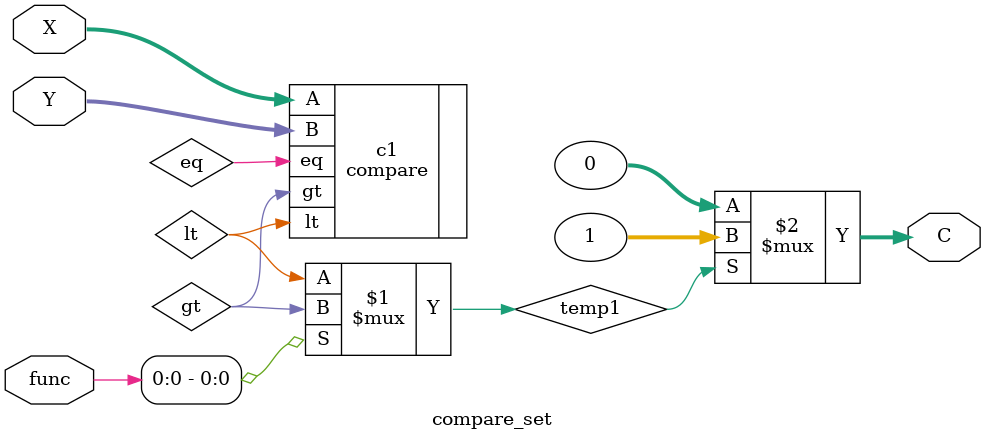
<source format=v>
module compare_set(input [31:0] X, input [31:0] Y, input [2:0] func, output [31:0] C);
    wire eq,gt,lt;
    
    //Func[2:0] codes:
    // SLT/SLTI: 000
    // SGT/SGTI: 001
    
    compare c1(.A(X),.B(Y),.eq(eq),.gt(gt),.lt(lt));
    wire temp1;
    assign temp1 = func[0] ? gt : lt;
    
    assign C = temp1 ? 1 : 0;
endmodule

</source>
